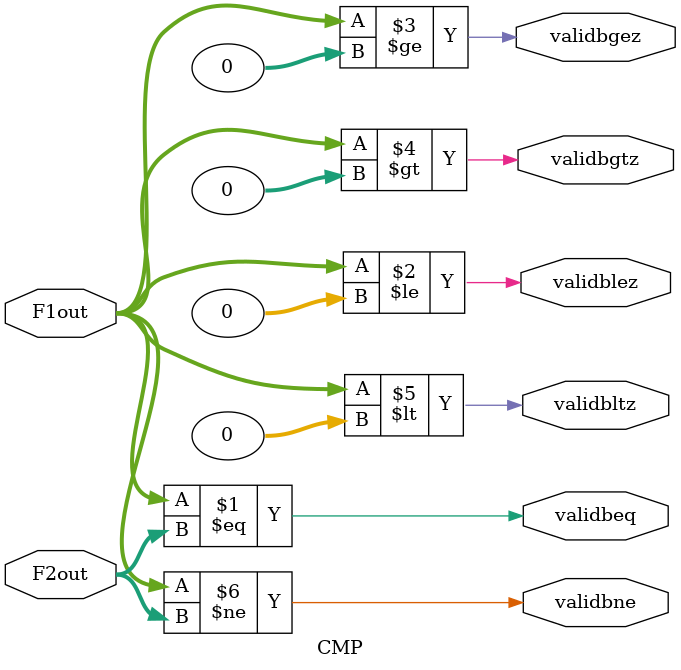
<source format=v>
`timescale 1ns / 1ns
module CMP(
    input [31:0] F1out,
    input [31:0] F2out,
    output validbeq,
	 output validblez,
	 output validbgez,
	 output validbgtz,
	 output validbltz,
	 output validbne
    );
	 assign validbeq = (F1out==F2out);
	 assign validblez = ($signed(F1out)<=0);
	 assign validbgez = ($signed(F1out)>=0);
	 assign validbgtz = ($signed(F1out)>0);
	 assign validbltz = ($signed(F1out)<0);
	 assign validbne = (F1out!=F2out);

endmodule

</source>
